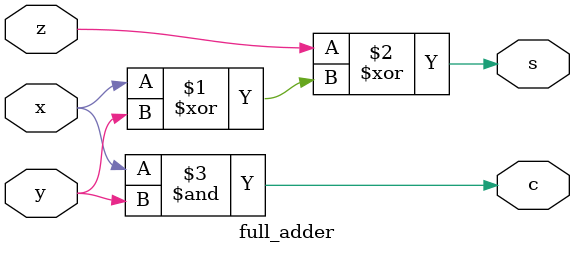
<source format=v>
module full_adder(c,s,x,y,z);
output c,s;
input x,y,z;
assign s=z^(x^y);
assign c=x&y;
endmodule     
                           
                    
                         
                 
                 
















</source>
